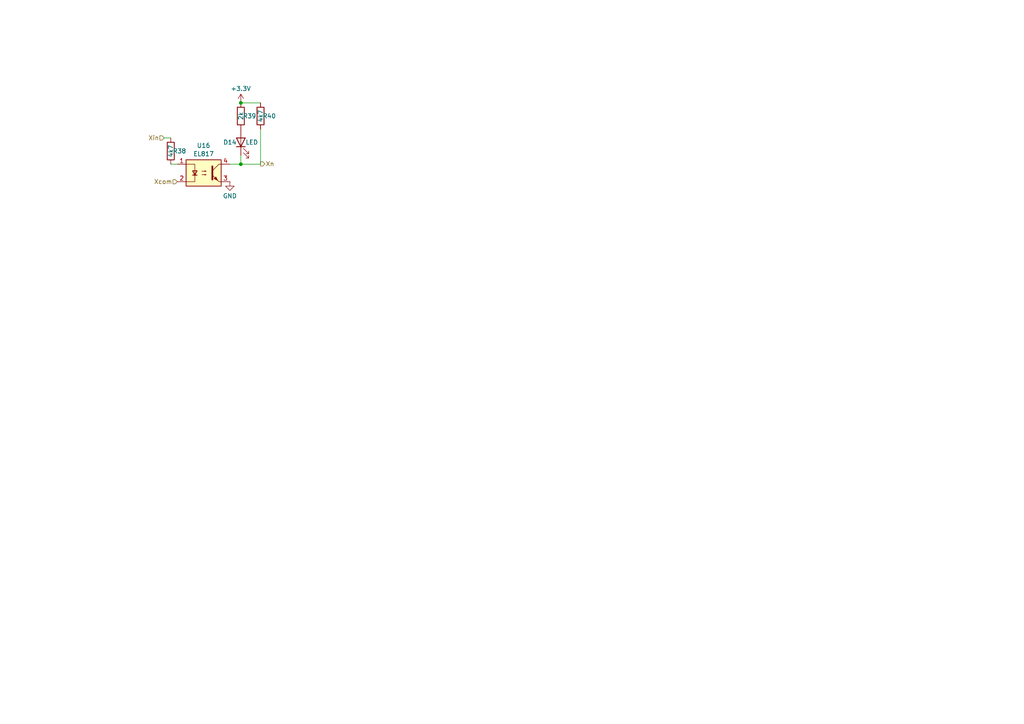
<source format=kicad_sch>
(kicad_sch (version 20231120) (generator "eeschema") (generator_version "8.0")
  (paper "A4")
  (lib_symbols
    (symbol "Device:LED" (pin_numbers hide) (pin_names (offset 1.016) hide)
      (property "Reference" "D" (at 0 2.54 0))
      (property "Value" "LED" (at 0 -2.54 0))
      (symbol "LED_0_1"
        (polyline (pts (xy -1.27 -1.27) (xy -1.27 1.27)) (stroke (width 0.254)))
        (polyline (pts (xy -1.27 0) (xy 1.27 0)))
        (polyline (pts (xy 1.27 -1.27) (xy 1.27 1.27) (xy -1.27 0) (xy 1.27 -1.27)) (stroke (width 0.254)))
        (polyline (pts (xy -3.048 -0.762) (xy -4.572 -2.286) (xy -3.81 -2.286) (xy -4.572 -2.286) (xy -4.572 -1.524)))
        (polyline (pts (xy -1.778 -0.762) (xy -3.302 -2.286) (xy -2.54 -2.286) (xy -3.302 -2.286) (xy -3.302 -1.524)))
      )
      (symbol "LED_1_1"
        (pin passive line (at -3.81 0 0) (length 2.54) (name "K") (number "1"))
        (pin passive line (at 3.81 0 180) (length 2.54) (name "A") (number "2"))
      )
    )
    (symbol "Device:R" (pin_numbers hide) (pin_names (offset 0))
      (property "Reference" "R" (at 2.032 0 90))
      (property "Value" "R" (at 0 0 90))
      (symbol "R_0_1"
        (rectangle (start -1.016 -2.54) (end 1.016 2.54) (stroke (width 0.254)))
      )
      (symbol "R_1_1"
        (pin passive line (at 0 3.81 270) (length 1.27) (name "~") (number "1"))
        (pin passive line (at 0 -3.81 90) (length 1.27) (name "~") (number "2"))
      )
    )
    (symbol "Isolator:EL817" (pin_names (offset 1.016))
      (property "Reference" "U" (at -5.08 5.08 0))
      (property "Value" "EL817" (at 0 5.08 0))
      (symbol "EL817_0_1"
        (rectangle (start -5.08 3.81) (end 5.08 -3.81) (stroke (width 0.254)) (fill (type background)))
        (polyline (pts (xy -3.175 -0.635) (xy -1.905 -0.635)) (stroke (width 0.254)))
        (polyline (pts (xy 2.54 0.635) (xy 4.445 2.54)))
        (polyline (pts (xy 4.445 -2.54) (xy 2.54 -0.635)) (fill (type outline)))
        (polyline (pts (xy 4.445 -2.54) (xy 5.08 -2.54)))
        (polyline (pts (xy 4.445 2.54) (xy 5.08 2.54)))
        (polyline (pts (xy -5.08 2.54) (xy -2.54 2.54) (xy -2.54 -0.635)))
        (polyline (pts (xy -2.54 -0.635) (xy -2.54 -2.54) (xy -5.08 -2.54)))
        (polyline (pts (xy 2.54 1.905) (xy 2.54 -1.905) (xy 2.54 -1.905)) (stroke (width 0.508)))
        (polyline (pts (xy -2.54 -0.635) (xy -3.175 0.635) (xy -1.905 0.635) (xy -2.54 -0.635)) (stroke (width 0.254)))
        (polyline (pts (xy -0.508 -0.508) (xy 0.762 -0.508) (xy 0.381 -0.635) (xy 0.381 -0.381) (xy 0.762 -0.508)))
        (polyline (pts (xy -0.508 0.508) (xy 0.762 0.508) (xy 0.381 0.381) (xy 0.381 0.635) (xy 0.762 0.508)))
        (polyline (pts (xy 3.048 -1.651) (xy 3.556 -1.143) (xy 4.064 -2.159) (xy 3.048 -1.651) (xy 3.048 -1.651)) (fill (type outline)))
      )
      (symbol "EL817_1_1"
        (pin passive line (at -7.62 2.54 0) (length 2.54) (name "~") (number "1"))
        (pin passive line (at -7.62 -2.54 0) (length 2.54) (name "~") (number "2"))
        (pin passive line (at 7.62 -2.54 180) (length 2.54) (name "~") (number "3"))
        (pin passive line (at 7.62 2.54 180) (length 2.54) (name "~") (number "4"))
      )
    )
    (symbol "power:+3.3V" (power) (pin_numbers hide) (pin_names (offset 0) hide)
      (property "Value" "+3.3V" (at 0 3.556 0))
      (symbol "+3.3V_0_1"
        (polyline (pts (xy -0.762 1.27) (xy 0 2.54)))
        (polyline (pts (xy 0 0) (xy 0 2.54)))
        (polyline (pts (xy 0 2.54) (xy 0.762 1.27)))
      )
      (symbol "+3.3V_1_1"
        (pin power_in line (at 0 0 90) (length 0) (name "~") (number "1"))
      )
    )
    (symbol "power:GND" (power) (pin_numbers hide) (pin_names (offset 0) hide)
      (property "Value" "GND" (at 0 -3.81 0))
      (symbol "GND_0_1"
        (polyline (pts (xy 0 0) (xy 0 -1.27) (xy 1.27 -1.27) (xy 0 -2.54) (xy -1.27 -1.27) (xy 0 -1.27)))
      )
      (symbol "GND_1_1"
        (pin power_in line (at 0 0 270) (length 0) (name "~") (number "1"))
      )
    )
  )
  (junction (at 69.85 47.625))
  (junction (at 69.85 29.845))
  (wire (pts (xy 49.53 47.625) (xy 51.435 47.625)))
  (wire (pts (xy 69.85 29.845) (xy 75.565 29.845)))
  (wire (pts (xy 75.565 37.465) (xy 75.565 47.625)))
  (wire (pts (xy 69.85 45.085) (xy 69.85 47.625)))
  (wire (pts (xy 75.565 47.625) (xy 69.85 47.625)))
  (wire (pts (xy 47.625 40.005) (xy 49.53 40.005)))
  (wire (pts (xy 69.85 47.625) (xy 66.675 47.625)))
  (hierarchical_label "Xn" (shape output) (at 75.565 47.5335 0))
  (hierarchical_label "Xin" (shape input) (at 47.625 40.005 180))
  (hierarchical_label "Xcom" (shape input) (at 51.435 52.705 180))
  (symbol (lib_id "Device:R") (at 69.85 33.655 180) (unit 1)
    (property "Reference" "R5" (at 72.39 33.655 0))
    (property "Value" "2k" (at 69.85 33.655 90))
    (property "Footprint" "Resistor_SMD:R_0603_1608Metric_Pad0.98x0.95mm_HandSolder" (effects (hide yes)))
    (property "Description" "Resistor" (effects (hide yes)))
    (instances (project "fx3u_24mr" (path "" (reference "R39") (unit 1)) (path "" (reference "R33") (unit 1)) (path "" (reference "R24") (unit 1)) (path "" (reference "R9") (unit 1)) (path "" (reference "R42") (unit 1)) (path "" (reference "R15") (unit 1)) (path "" (reference "R18") (unit 1)) (path "" (reference "R30") (unit 1)) (path "" (reference "R12") (unit 1)) (path "" (reference "R36") (unit 1)) (path "" (reference "R21") (unit 1)) (path "" (reference "R27") (unit 1)) (path "" (reference "R45") (unit 1)) (path "" (reference "R5") (unit 1))))
  )
  (symbol (lib_id "Device:R") (at 49.53 43.815 180) (unit 1)
    (property "Reference" "R7" (at 52.07 43.815 0))
    (property "Value" "4k7" (at 49.53 43.815 90))
    (property "Footprint" "Resistor_SMD:R_0603_1608Metric_Pad0.98x0.95mm_HandSolder" (effects (hide yes)))
    (property "Description" "Resistor" (effects (hide yes)))
    (instances (project "fx3u_24mr" (path "" (reference "R38") (unit 1)) (path "" (reference "R32") (unit 1)) (path "" (reference "R23") (unit 1)) (path "" (reference "R8") (unit 1)) (path "" (reference "R41") (unit 1)) (path "" (reference "R14") (unit 1)) (path "" (reference "R17") (unit 1)) (path "" (reference "R29") (unit 1)) (path "" (reference "R11") (unit 1)) (path "" (reference "R35") (unit 1)) (path "" (reference "R20") (unit 1)) (path "" (reference "R26") (unit 1)) (path "" (reference "R44") (unit 1)) (path "" (reference "R7") (unit 1))))
  )
  (symbol (lib_id "power:GND") (at 66.675 52.705 0) (unit 1)
    (property "Reference" "#PWR018" (effects (hide yes)))
    (property "Value" "GND" (at 66.675 56.8381 0))
    (property "Description" "Power symbol creates a global label with name \"GND\" , ground" (effects (hide yes)))
    (instances (project "fx3u_24mr" (path "" (reference "#PWR038") (unit 1)) (path "" (reference "#PWR034") (unit 1)) (path "" (reference "#PWR028") (unit 1)) (path "" (reference "#PWR018") (unit 1)) (path "" (reference "#PWR040") (unit 1)) (path "" (reference "#PWR022") (unit 1)) (path "" (reference "#PWR024") (unit 1)) (path "" (reference "#PWR032") (unit 1)) (path "" (reference "#PWR020") (unit 1)) (path "" (reference "#PWR036") (unit 1)) (path "" (reference "#PWR026") (unit 1)) (path "" (reference "#PWR030") (unit 1)) (path "" (reference "#PWR042") (unit 1))))
  )
  (symbol (lib_id "power:+3.3V") (at 69.85 29.845 0) (unit 1)
    (property "Reference" "#PWR017" (effects (hide yes)))
    (property "Value" "+3.3V" (at 69.85 25.7119 0))
    (property "Description" "Power symbol creates a global label with name \"+3.3V\"" (effects (hide yes)))
    (instances (project "fx3u_24mr" (path "" (reference "#PWR039") (unit 1)) (path "" (reference "#PWR035") (unit 1)) (path "" (reference "#PWR029") (unit 1)) (path "" (reference "#PWR019") (unit 1)) (path "" (reference "#PWR041") (unit 1)) (path "" (reference "#PWR023") (unit 1)) (path "" (reference "#PWR025") (unit 1)) (path "" (reference "#PWR033") (unit 1)) (path "" (reference "#PWR021") (unit 1)) (path "" (reference "#PWR037") (unit 1)) (path "" (reference "#PWR027") (unit 1)) (path "" (reference "#PWR031") (unit 1)) (path "" (reference "#PWR043") (unit 1)) (path "" (reference "#PWR017") (unit 1))))
  )
  (symbol (lib_id "Isolator:EL817") (at 59.055 50.165 0) (unit 1)
    (property "Reference" "U6" (at 59.055 42.2105 0))
    (property "Value" "EL817" (at 59.055 44.6348 0))
    (property "Footprint" "Package_DIP:DIP-4_W7.62mm" (effects (hide yes)))
    (property "Datasheet" "http://www.everlight.com/file/ProductFile/EL817.pdf" (effects (hide yes)))
    (property "Description" "DC Optocoupler, Vce 35V, DIP-4" (effects (hide yes)))
    (instances (project "fx3u_24mr" (path "" (reference "U16") (unit 1)) (path "" (reference "U14") (unit 1)) (path "" (reference "U11") (unit 1)) (path "" (reference "U6") (unit 1)) (path "" (reference "U17") (unit 1)) (path "" (reference "U8") (unit 1)) (path "" (reference "U9") (unit 1)) (path "" (reference "U13") (unit 1)) (path "" (reference "U7") (unit 1)) (path "" (reference "U15") (unit 1)) (path "" (reference "U10") (unit 1)) (path "" (reference "U12") (unit 1)) (path "" (reference "U18") (unit 1))))
  )
  (symbol (lib_id "Device:R") (at 75.565 33.655 180) (unit 1)
    (property "Reference" "R6" (at 78.105 33.655 0))
    (property "Value" "4k7" (at 75.565 33.655 90))
    (property "Footprint" "Resistor_SMD:R_0603_1608Metric_Pad0.98x0.95mm_HandSolder" (effects (hide yes)))
    (property "Description" "Resistor" (effects (hide yes)))
    (instances (project "fx3u_24mr" (path "" (reference "R40") (unit 1)) (path "" (reference "R34") (unit 1)) (path "" (reference "R25") (unit 1)) (path "" (reference "R10") (unit 1)) (path "" (reference "R43") (unit 1)) (path "" (reference "R16") (unit 1)) (path "" (reference "R19") (unit 1)) (path "" (reference "R31") (unit 1)) (path "" (reference "R13") (unit 1)) (path "" (reference "R37") (unit 1)) (path "" (reference "R22") (unit 1)) (path "" (reference "R28") (unit 1)) (path "" (reference "R46") (unit 1)) (path "" (reference "R6") (unit 1))))
  )
  (symbol (lib_id "Device:LED") (at 69.85 41.275 90) (unit 1)
    (property "Reference" "D3" (at 66.675 41.275 90))
    (property "Value" "LED" (at 73.025 41.275 90))
    (property "Footprint" "LED_SMD:LED_0805_2012Metric_Pad1.15x1.40mm_HandSolder" (effects (hide yes)))
    (property "Description" "Light emitting diode" (effects (hide yes)))
    (instances (project "fx3u_24mr" (path "" (reference "D14") (unit 1)) (path "" (reference "D12") (unit 1)) (path "" (reference "D9") (unit 1)) (path "" (reference "D4") (unit 1)) (path "" (reference "D15") (unit 1)) (path "" (reference "D6") (unit 1)) (path "" (reference "D7") (unit 1)) (path "" (reference "D11") (unit 1)) (path "" (reference "D5") (unit 1)) (path "" (reference "D13") (unit 1)) (path "" (reference "D8") (unit 1)) (path "" (reference "D10") (unit 1)) (path "" (reference "D16") (unit 1)) (path "" (reference "D3") (unit 1))))
  )
)
</source>
